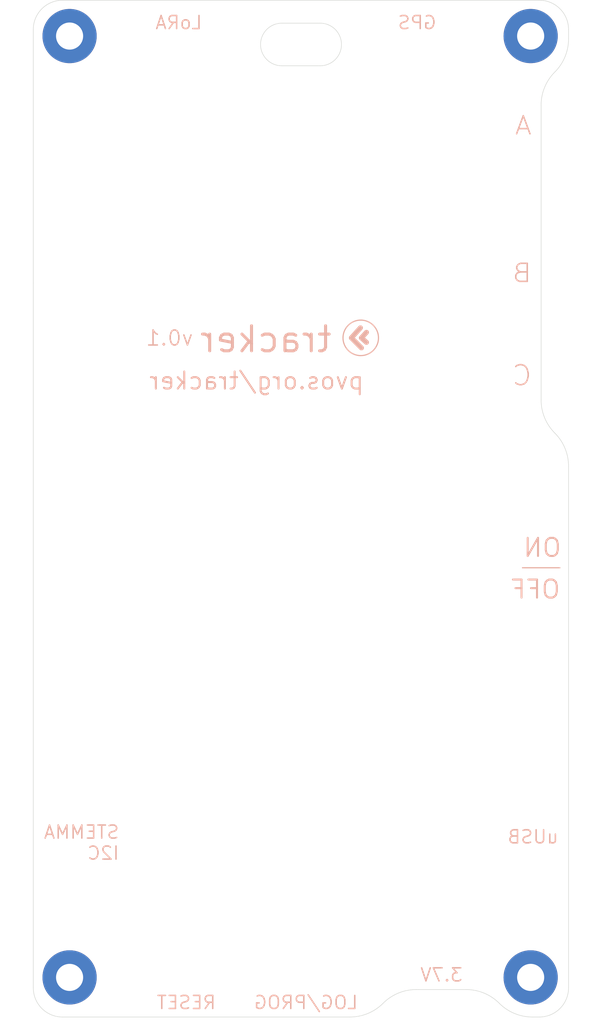
<source format=kicad_pcb>
(kicad_pcb (version 20171130) (host pcbnew 5.1.12-84ad8e8a86~92~ubuntu18.04.1)

  (general
    (thickness 1.6)
    (drawings 48)
    (tracks 0)
    (zones 0)
    (modules 4)
    (nets 1)
  )

  (page A4)
  (layers
    (0 F.Cu signal)
    (31 B.Cu signal)
    (32 B.Adhes user)
    (33 F.Adhes user)
    (34 B.Paste user)
    (35 F.Paste user)
    (36 B.SilkS user)
    (37 F.SilkS user)
    (38 B.Mask user)
    (39 F.Mask user)
    (40 Dwgs.User user)
    (41 Cmts.User user)
    (42 Eco1.User user)
    (43 Eco2.User user)
    (44 Edge.Cuts user)
    (45 Margin user)
    (46 B.CrtYd user)
    (47 F.CrtYd user)
    (48 B.Fab user)
    (49 F.Fab user)
  )

  (setup
    (last_trace_width 0.25)
    (user_trace_width 0.4)
    (user_trace_width 0.7)
    (trace_clearance 0.2)
    (zone_clearance 0.508)
    (zone_45_only no)
    (trace_min 0.2)
    (via_size 0.8)
    (via_drill 0.4)
    (via_min_size 0.4)
    (via_min_drill 0.3)
    (user_via 3 2)
    (uvia_size 0.3)
    (uvia_drill 0.1)
    (uvias_allowed no)
    (uvia_min_size 0.2)
    (uvia_min_drill 0.1)
    (edge_width 0.05)
    (segment_width 0.2)
    (pcb_text_width 0.3)
    (pcb_text_size 1.5 1.5)
    (mod_edge_width 0.12)
    (mod_text_size 1 1)
    (mod_text_width 0.15)
    (pad_size 5.4 5.4)
    (pad_drill 2.7)
    (pad_to_mask_clearance 0.05)
    (aux_axis_origin 0 0)
    (visible_elements FFFFF7FF)
    (pcbplotparams
      (layerselection 0x010fc_ffffffff)
      (usegerberextensions false)
      (usegerberattributes true)
      (usegerberadvancedattributes true)
      (creategerberjobfile true)
      (excludeedgelayer true)
      (linewidth 0.100000)
      (plotframeref false)
      (viasonmask false)
      (mode 1)
      (useauxorigin false)
      (hpglpennumber 1)
      (hpglpenspeed 20)
      (hpglpendiameter 15.000000)
      (psnegative false)
      (psa4output false)
      (plotreference true)
      (plotvalue true)
      (plotinvisibletext false)
      (padsonsilk false)
      (subtractmaskfromsilk false)
      (outputformat 1)
      (mirror false)
      (drillshape 0)
      (scaleselection 1)
      (outputdirectory "gerber/"))
  )

  (net 0 "")

  (net_class Default "This is the default net class."
    (clearance 0.2)
    (trace_width 0.25)
    (via_dia 0.8)
    (via_drill 0.4)
    (uvia_dia 0.3)
    (uvia_drill 0.1)
    (add_net +3V3)
    (add_net GND)
    (add_net SCL)
    (add_net SDA)
  )

  (module MountingHole:MountingHole_2.7mm_M2.5_Pad (layer F.Cu) (tedit 56D1B4CB) (tstamp 61D75026)
    (at 121.43896 157.24992)
    (descr "Mounting Hole 2.7mm, M2.5")
    (tags "mounting hole 2.7mm m2.5")
    (path /614A5606)
    (attr virtual)
    (fp_text reference H2 (at -2.6463 -2.667) (layer F.SilkS) hide
      (effects (font (size 1 1) (thickness 0.15)))
    )
    (fp_text value MountingHole_Pad (at 0 3.7) (layer F.Fab)
      (effects (font (size 1 1) (thickness 0.15)))
    )
    (fp_circle (center 0 0) (end 2.95 0) (layer F.CrtYd) (width 0.05))
    (fp_circle (center 0 0) (end 2.7 0) (layer Cmts.User) (width 0.15))
    (fp_text user %R (at 0.3 0) (layer F.Fab)
      (effects (font (size 1 1) (thickness 0.15)))
    )
    (pad 1 thru_hole circle (at 0 0) (size 5.4 5.4) (drill 2.7) (layers *.Cu *.Mask))
  )

  (module MountingHole:MountingHole_2.7mm_M2.5_Pad (layer F.Cu) (tedit 61D66484) (tstamp 61CE253A)
    (at 75.49196 63.49116)
    (descr "Mounting Hole 2.7mm, M2.5")
    (tags "mounting hole 2.7mm m2.5")
    (path /614E3468)
    (attr virtual)
    (fp_text reference H6 (at 0 -3.7) (layer F.SilkS) hide
      (effects (font (size 1 1) (thickness 0.15)))
    )
    (fp_text value MountingHole_Pad (at 0 3.7) (layer F.Fab)
      (effects (font (size 1 1) (thickness 0.15)))
    )
    (fp_circle (center 0 0) (end 2.7 0) (layer Cmts.User) (width 0.15))
    (fp_circle (center 0 0) (end 2.95 0) (layer F.CrtYd) (width 0.05))
    (fp_text user %R (at 0.3 0) (layer F.Fab)
      (effects (font (size 1 1) (thickness 0.15)))
    )
    (pad 1 thru_hole circle (at 0 0) (size 5.4 5.4) (drill 2.7) (layers *.Cu *.Mask))
  )

  (module MountingHole:MountingHole_2.7mm_M2.5_Pad (layer F.Cu) (tedit 56D1B4CB) (tstamp 61CE2532)
    (at 121.43896 63.49116)
    (descr "Mounting Hole 2.7mm, M2.5")
    (tags "mounting hole 2.7mm m2.5")
    (path /614E3462)
    (attr virtual)
    (fp_text reference H5 (at 0 -3.7) (layer F.SilkS) hide
      (effects (font (size 1 1) (thickness 0.15)))
    )
    (fp_text value MountingHole_Pad (at 0 3.7) (layer F.Fab)
      (effects (font (size 1 1) (thickness 0.15)))
    )
    (fp_circle (center 0 0) (end 2.95 0) (layer F.CrtYd) (width 0.05))
    (fp_circle (center 0 0) (end 2.7 0) (layer Cmts.User) (width 0.15))
    (fp_text user %R (at 0.3 0) (layer F.Fab)
      (effects (font (size 1 1) (thickness 0.15)))
    )
    (pad 1 thru_hole circle (at 0 0) (size 5.4 5.4) (drill 2.7) (layers *.Cu *.Mask))
  )

  (module MountingHole:MountingHole_2.7mm_M2.5_Pad (layer F.Cu) (tedit 56D1B4CB) (tstamp 61D6001F)
    (at 75.49196 157.24992)
    (descr "Mounting Hole 2.7mm, M2.5")
    (tags "mounting hole 2.7mm m2.5")
    (path /614A1FDA)
    (attr virtual)
    (fp_text reference H1 (at 0 -3.7) (layer F.SilkS) hide
      (effects (font (size 1 1) (thickness 0.15)))
    )
    (fp_text value MountingHole_Pad (at 0 3.7) (layer F.Fab)
      (effects (font (size 1 1) (thickness 0.15)))
    )
    (fp_circle (center 0 0) (end 2.95 0) (layer F.CrtYd) (width 0.05))
    (fp_circle (center 0 0) (end 2.7 0) (layer Cmts.User) (width 0.15))
    (fp_text user %R (at 0.3 0) (layer F.Fab)
      (effects (font (size 1 1) (thickness 0.15)))
    )
    (pad 1 thru_hole circle (at 0 0) (size 5.4 5.4) (drill 2.7) (layers *.Cu *.Mask))
  )

  (gr_text "STEMMA\nI2C" (at 80.525 143.825) (layer B.SilkS) (tstamp 61DA5C68)
    (effects (font (size 1.3 1.3) (thickness 0.15)) (justify left mirror))
  )
  (gr_text GPS (at 110.125 62.15) (layer B.SilkS) (tstamp 61DA5BAB)
    (effects (font (size 1.3 1.3) (thickness 0.15)) (justify mirror))
  )
  (gr_text LoRA (at 86.375 62.15) (layer B.SilkS) (tstamp 61DA5BA7)
    (effects (font (size 1.3 1.3) (thickness 0.15)) (justify mirror))
  )
  (gr_text uUSB (at 121.675 143.25) (layer B.SilkS) (tstamp 61DA457A)
    (effects (font (size 1.3 1.3) (thickness 0.15)) (justify mirror))
  )
  (gr_line (start 124.35 116.45) (end 120.625 116.45) (layer B.SilkS) (width 0.12))
  (gr_line (start 105.075 93) (end 104.575 93.55) (layer B.SilkS) (width 0.5) (tstamp 61D889B3))
  (gr_line (start 105.075 94) (end 104.575 93.55) (layer B.SilkS) (width 0.5) (tstamp 61D889B2))
  (gr_circle (center 104.507234 93.55) (end 102.739467 93.55) (layer B.SilkS) (width 0.12))
  (gr_text v0.1 (at 85.45 93.575) (layer B.SilkS) (tstamp 61DA5E18)
    (effects (font (size 1.5 1.5) (thickness 0.15)) (justify mirror))
  )
  (gr_line (start 104.575 94.55) (end 103.575 93.55) (layer B.SilkS) (width 0.5) (tstamp 61D857C8))
  (gr_line (start 104.475 92.55) (end 103.575 93.55) (layer B.SilkS) (width 0.5))
  (gr_text tracker (at 95.05 93.7) (layer B.SilkS) (tstamp 61D8616A)
    (effects (font (size 2.5 2.5) (thickness 0.3)) (justify mirror))
  )
  (gr_text pvos.org/tracker (at 94.125 97.825) (layer B.SilkS) (tstamp 61D82FBD)
    (effects (font (size 1.7 1.7) (thickness 0.2)) (justify mirror))
  )
  (gr_text LOG/PROG (at 99.05 159.75) (layer B.SilkS) (tstamp 61D74B83)
    (effects (font (size 1.3 1.3) (thickness 0.15)) (justify mirror))
  )
  (gr_text A (at 120.703571 72.4) (layer B.SilkS) (tstamp 61D7059B)
    (effects (font (size 1.8 2) (thickness 0.15)) (justify mirror))
  )
  (gr_text B (at 120.575 87.1) (layer B.SilkS) (tstamp 61D70598)
    (effects (font (size 1.8 2) (thickness 0.15)) (justify mirror))
  )
  (gr_text C (at 120.575 97.3) (layer B.SilkS) (tstamp 61D705A3)
    (effects (font (size 2 2) (thickness 0.15)) (justify mirror))
  )
  (gr_text OFF (at 121.9 118.6) (layer B.SilkS) (tstamp 61D70339)
    (effects (font (size 1.8 1.8) (thickness 0.2)) (justify mirror))
  )
  (gr_text ON (at 122.6 114.45) (layer B.SilkS)
    (effects (font (size 1.8 1.8) (thickness 0.2)) (justify mirror))
  )
  (gr_text RESET (at 87.125 159.75) (layer B.SilkS) (tstamp 61D70105)
    (effects (font (size 1.3 1.3) (thickness 0.15)) (justify mirror))
  )
  (gr_line (start 125.215 62.836376) (end 125.215 63.773256) (layer Edge.Cuts) (width 0.05) (tstamp 61D6EBDD))
  (gr_line (start 125.215 62.835) (end 125.215 62.836376) (layer Edge.Cuts) (width 0.05) (tstamp 61D6EBDC))
  (gr_line (start 121.61328 161.195336) (end 122.303624 161.195336) (layer Edge.Cuts) (width 0.05) (tstamp 61D6BE76))
  (gr_line (start 110.033704 158.46004) (end 115.011536 158.46004) (layer Edge.Cuts) (width 0.05) (tstamp 61D6BE65))
  (gr_arc (start 115.010613 163.129483) (end 115.011536 158.46004) (angle 44.98867445) (layer Edge.Cuts) (width 0.05) (tstamp 61D6BE33))
  (gr_arc (start 121.614203 156.525893) (end 121.61328 161.195336) (angle 44.98867445) (layer Edge.Cuts) (width 0.05) (tstamp 61D6BE32))
  (gr_arc (start 103.431037 156.525893) (end 103.43196 161.195336) (angle -44.98867445) (layer Edge.Cuts) (width 0.05) (tstamp 61D6BE16))
  (gr_arc (start 110.034627 163.129483) (end 110.033704 158.46004) (angle -44.98867445) (layer Edge.Cuts) (width 0.05) (tstamp 61D6BE15))
  (gr_line (start 125.215 158.28396) (end 125.215 106.33588) (layer Edge.Cuts) (width 0.05) (tstamp 61D69CE3))
  (gr_arc (start 127.149147 99.733213) (end 122.479704 99.734136) (angle -44.98867445) (layer Edge.Cuts) (width 0.05) (tstamp 61D69C5F))
  (gr_arc (start 120.545557 106.336803) (end 125.215 106.33588) (angle -44.98867445) (layer Edge.Cuts) (width 0.05) (tstamp 61D69C5E))
  (gr_line (start 122.479704 70.375) (end 122.479704 99.734136) (layer Edge.Cuts) (width 0.05) (tstamp 61D69B06))
  (gr_arc (start 127.149147 70.375923) (end 122.479704 70.375) (angle 44.98867445) (layer Edge.Cuts) (width 0.05) (tstamp 61D69ADB))
  (gr_arc (start 120.545557 63.772333) (end 125.215 63.773256) (angle 44.98867445) (layer Edge.Cuts) (width 0.05) (tstamp 61D69A4D))
  (gr_line (start 100.449063 66.451842) (end 96.62984 66.451842) (layer Edge.Cuts) (width 0.05) (tstamp 61D66F62))
  (gr_line (start 100.45 62.20846) (end 96.62984 62.20846) (layer Edge.Cuts) (width 0.05) (tstamp 61D66F58))
  (gr_arc (start 96.62984 64.330151) (end 96.62984 66.451842) (angle 180) (layer Edge.Cuts) (width 0.05) (tstamp 61D66D23))
  (gr_arc (start 100.45 64.330151) (end 100.45 62.20846) (angle 180.025313) (layer Edge.Cuts) (width 0.05) (tstamp 61D66D21))
  (gr_line (start 71.874464 62.836376) (end 71.874464 88.0682) (layer Edge.Cuts) (width 0.05) (tstamp 61D65C1A))
  (gr_line (start 122.303624 59.925) (end 102.96968 59.925) (layer Edge.Cuts) (width 0.05) (tstamp 61D60794))
  (gr_arc (start 122.303624 62.836376) (end 125.215 62.835) (angle -89.97292037) (layer Edge.Cuts) (width 0.05) (tstamp 61D60791))
  (gr_arc (start 74.78584 158.28396) (end 71.874464 158.28396) (angle -90) (layer Edge.Cuts) (width 0.05) (tstamp 61D6021A))
  (gr_line (start 103.43196 161.195336) (end 74.78584 161.195336) (layer Edge.Cuts) (width 0.05))
  (gr_arc (start 122.303624 158.28396) (end 122.303624 161.195336) (angle -90) (layer Edge.Cuts) (width 0.05) (tstamp 61D60032))
  (gr_arc (start 74.78584 62.836376) (end 74.78584 59.925) (angle -90) (layer Edge.Cuts) (width 0.05))
  (gr_text 3.7V (at 112.55 157) (layer B.SilkS)
    (effects (font (size 1.3 1.3) (thickness 0.15)) (justify mirror))
  )
  (gr_line (start 74.78584 59.925) (end 102.96968 59.925) (layer Edge.Cuts) (width 0.05))
  (gr_line (start 71.874464 88.0682) (end 71.874464 158.28396) (layer Edge.Cuts) (width 0.05) (tstamp 61D66255))

)

</source>
